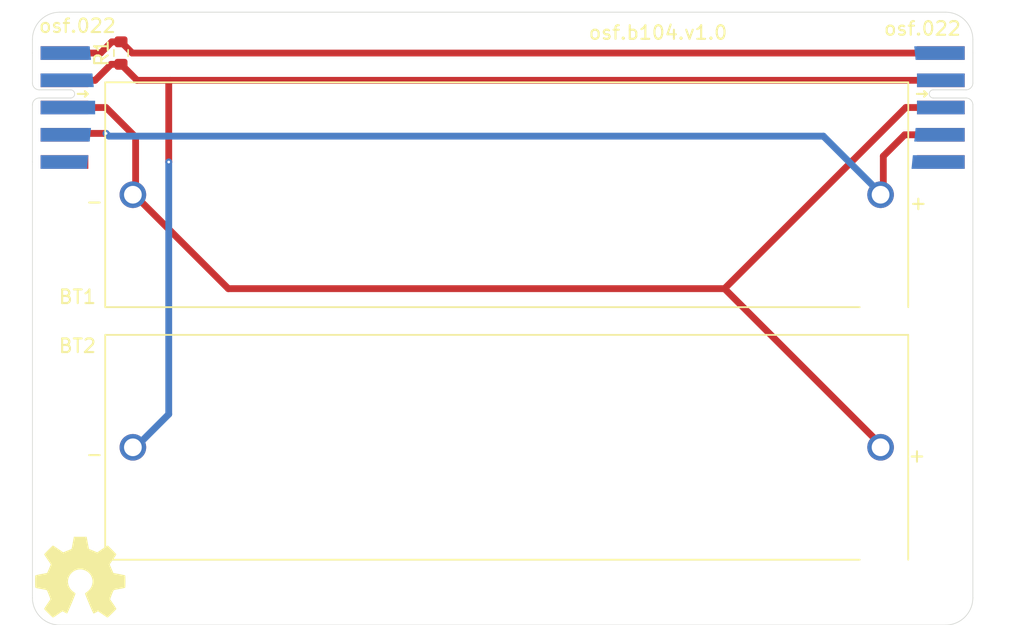
<source format=kicad_pcb>
(kicad_pcb (version 20211014) (generator pcbnew)
  (layers (0 "F.Cu" signal) (31 "B.Cu" signal) (34 "B.Paste" user) (35 "F.Paste" user) (36 "B.SilkS" user "B.Silkscreen") (37 "F.SilkS" user "F.Silkscreen") (38 "B.Mask" user) (39 "F.Mask" user) (44 "Edge.Cuts" user))
  (net 0 "")
  (net 1 "/implementation/C1+C2-")
  (net 2 "/implementation/C2+")
  (net 3 "/implementation/C1-")
  (net 4 "GND")
  (footprint "b104:BAT_BHAA-3-G" (layer "F.Cu") (at 174.8 103.4025)
    (fp_text reference "BT1" (at -31.5 7.5) (layer "F.SilkS"))
    (fp_text value "BHAA-3-G")
    (fp_text user "+" (at 30.2 0.6) (layer "F.SilkS"))
    (fp_text user "-" (at -30.25 0.5) (layer "F.SilkS"))
    (fp_line (start -29.46 8.255) (end -29.46 -8.255) (layer "F.SilkS") (width 0.127))
    (fp_line (start -29.46 -8.255) (end 29.46 -8.255) (layer "F.SilkS") (width 0.127))
    (fp_line (start 29.46 -8.255) (end 29.46 8.255) (layer "F.SilkS") (width 0.127))
    (fp_line (start 25.9 8.255) (end -29.46 8.255) (layer "F.SilkS") (width 0.127))
    (pad "" np_thru_hole circle (at -17.32 0) (size 3.18 3.18) (drill 3.18) (layers *.Cu *.Mask))
    (pad "" np_thru_hole circle (at 27.43 7.47) (size 2.36 2.36) (drill 2.36) (layers *.Cu *.Mask))
    (pad "" np_thru_hole circle (at 17.22 0) (size 3.18 3.18) (drill 3.18) (layers *.Cu *.Mask))
    (pad "+" thru_hole circle (at 27.43 0) (size 1.95 1.95) (drill 1.3) (layers *.Cu *.Mask) (net 2 "/implementation/C2+"))
    (pad "-" thru_hole circle (at -27.43 0) (size 1.95 1.95) (drill 1.3) (layers *.Cu *.Mask) (net 1 "/implementation/C1+C2-"))
  )
  (footprint "b104:BAT_BHAA-3-G" (layer "F.Cu") (at 174.8 121.95)
    (fp_text reference "BT2" (at -31.5 -7.45) (layer "F.SilkS"))
    (fp_text value "BHAA-3-G")
    (fp_text user "-" (at -30.25 0.5) (layer "F.SilkS"))
    (fp_text user "+" (at 30.1 0.6) (layer "F.SilkS"))
    (fp_line (start -29.46 -8.255) (end 29.46 -8.255) (layer "F.SilkS") (width 0.127))
    (fp_line (start 29.46 -8.255) (end 29.46 8.255) (layer "F.SilkS") (width 0.127))
    (fp_line (start -29.46 8.255) (end -29.46 -8.255) (layer "F.SilkS") (width 0.127))
    (fp_line (start 25.9 8.255) (end -29.46 8.255) (layer "F.SilkS") (width 0.127))
    (pad "" np_thru_hole circle (at 27.43 7.47) (size 2.36 2.36) (drill 2.36) (layers *.Cu *.Mask))
    (pad "" np_thru_hole circle (at 17.22 0) (size 3.18 3.18) (drill 3.18) (layers *.Cu *.Mask))
    (pad "" np_thru_hole circle (at -17.32 0) (size 3.18 3.18) (drill 3.18) (layers *.Cu *.Mask))
    (pad "+" thru_hole circle (at 27.43 0) (size 1.95 1.95) (drill 1.3) (layers *.Cu *.Mask) (net 1 "/implementation/C1+C2-"))
    (pad "-" thru_hole circle (at -27.43 0) (size 1.95 1.95) (drill 1.3) (layers *.Cu *.Mask) (net 3 "/implementation/C1-"))
  )
  (footprint "Resistor_SMD:R_0603_1608Metric" (layer "F.Cu") (at 146.5 93 90)
    (fp_text reference "R1" (at 0 -1.43 90) (layer "F.SilkS"))
    (fp_text value "0R")
    (fp_line (start -0.237258 -0.5225) (end 0.237258 -0.5225) (layer "F.SilkS") (width 0.12))
    (fp_line (start -0.237258 0.5225) (end 0.237258 0.5225) (layer "F.SilkS") (width 0.12))
    (pad "1" smd roundrect (at -0.825 0 90) (size 0.8 0.95) (layers "F.Cu" "F.Paste" "F.Mask") (net 3 "/implementation/C1-"))
    (pad "2" smd roundrect (at 0.825 0 90) (size 0.8 0.95) (layers "F.Cu" "F.Paste" "F.Mask") (net 4 "GND"))
  )
  (footprint "Symbol:OSHW-Symbol_6.7x6mm_SilkScreen" (layer "F.Cu") (at 143.5 131.5)
    (fp_text reference "LOGO1" hide)
    (fp_text value "Logo_Open_Hardware_Small" hide)
    (fp_poly (pts (xy 0.555814 -2.531069) (xy 0.639635 -2.086445) (xy 0.94892 -1.958947) (xy 1.258206 -1.831449) (xy 1.629246 -2.083754) (xy 1.733157 -2.154004) (xy 1.827087 -2.216728) (xy 1.906652 -2.269062) (xy 1.96747 -2.308143) (xy 2.005157 -2.331107) (xy 2.015421 -2.336058) (xy 2.03391 -2.323324) (xy 2.07342 -2.288118) (xy 2.129522 -2.234938) (xy 2.197787 -2.168282) (xy 2.273786 -2.092646) (xy 2.353092 -2.012528) (xy 2.431275 -1.932426) (xy 2.503907 -1.856836) (xy 2.566559 -1.790255) (xy 2.614803 -1.737182) (xy 2.64421 -1.702113) (xy 2.651241 -1.690377) (xy 2.641123 -1.66874) (xy 2.612759 -1.621338) (xy 2.569129 -1.552807) (xy 2.513218 -1.467785) (xy 2.448006 -1.370907) (xy 2.410219 -1.31565) (xy 2.341343 -1.214752) (xy 2.28014 -1.123701) (xy 2.229578 -1.04703) (xy 2.192628 -0.989272) (xy 2.172258 -0.954957) (xy 2.169197 -0.947746) (xy 2.176136 -0.927252) (xy 2.195051 -0.879487) (xy 2.223087 -0.811168) (xy 2.257391 -0.729011) (xy 2.295109 -0.63973) (xy 2.333387 -0.550042) (xy 2.36937 -0.466662) (xy 2.400206 -0.396306) (xy 2.423039 -0.34569) (xy 2.435017 -0.321529) (xy 2.435724 -0.320578) (xy 2.454531 -0.315964) (xy 2.504618 -0.305672) (xy 2.580793 -0.290713) (xy 2.677865 -0.272099) (xy 2.790643 -0.250841) (xy 2.856442 -0.238582) (xy 2.97695 -0.215638) (xy 3.085797 -0.193805) (xy 3.177476 -0.174278) (xy 3.246481 -0.158252) (xy 3.287304 -0.146921) (xy 3.295511 -0.143326) (xy 3.303548 -0.118994) (xy 3.310033 -0.064041) (xy 3.31497 0.015108) (xy 3.318364 0.112026) (xy 3.320218 0.220287) (xy 3.320538 0.333465) (xy 3.319327 0.445135) (xy 3.31659 0.548868) (xy 3.312331 0.638241) (xy 3.306555 0.706826) (xy 3.299267 0.748197) (xy 3.294895 0.75681) (xy 3.268764 0.767133) (xy 3.213393 0.781892) (xy 3.136107 0.799352) (xy 3.04423 0.81778) (xy 3.012158 0.823741) (xy 2.857524 0.852066) (xy 2.735375 0.874876) (xy 2.641673 0.89308) (xy 2.572384 0.907583) (xy 2.523471 0.919292) (xy 2.490897 0.929115) (xy 2.470628 0.937956) (xy 2.458626 0.946724) (xy 2.456947 0.948457) (xy 2.440184 0.976371) (xy 2.414614 1.030695) (xy 2.382788 1.104777) (xy 2.34726 1.191965) (xy 2.310583 1.285608) (xy 2.275311 1.379052) (xy 2.243996 1.465647) (xy 2.219193 1.53874) (xy 2.203454 1.591678) (xy 2.199332 1.617811) (xy 2.199676 1.618726) (xy 2.213641 1.640086) (xy 2.245322 1.687084) (xy 2.291391 1.754827) (xy 2.348518 1.838423) (xy 2.413373 1.932982) (xy 2.431843 1.959854) (xy 2.497699 2.057275) (xy 2.55565 2.146163) (xy 2.602538 2.221412) (xy 2.635207 2.27792) (xy 2.6505 2.310581) (xy 2.651241 2.314593) (xy 2.638392 2.335684) (xy 2.602888 2.377464) (xy 2.549293 2.435445) (xy 2.482171 2.505135) (xy 2.406087 2.582045) (xy 2.325604 2.661683) (xy 2.245287 2.739561) (xy 2.169699 2.811186) (xy 2.103405 2.87207) (xy 2.050969 2.917721) (xy 2.016955 2.94365) (xy 2.007545 2.947883) (xy 1.985643 2.937912) (xy 1.9408 2.91102) (xy 1.880321 2.871736) (xy 1.833789 2.840117) (xy 1.749475 2.782098) (xy 1.649626 2.713784) (xy 1.549473 2.645579) (xy 1.495627 2.609075) (xy 1.313371 2.4858) (xy 1.160381 2.56852) (xy 1.090682 2.604759) (xy 1.031414 2.632926) (xy 0.991311 2.648991) (xy 0.981103 2.651226) (xy 0.968829 2.634722) (xy 0.944613 2.588082) (xy 0.910263 2.515609) (xy 0.867588 2.421606) (xy 0.818394 2.310374) (xy 0.76449 2.186215) (xy 0.707684 2.053432) (xy 0.649782 1.916327) (xy 0.592593 1.779202) (xy 0.537924 1.646358) (xy 0.487584 1.522098) (xy 0.44338 1.410725) (xy 0.407119 1.316539) (xy 0.380609 1.243844) (xy 0.365658 1.196941) (xy 0.363254 1.180833) (xy 0.382311 1.160286) (xy 0.424036 1.126933) (xy 0.479706 1.087702) (xy 0.484378 1.084599) (xy 0.628264 0.969423) (xy 0.744283 0.835053) (xy 0.83143 0.685784) (xy 0.888699 0.525913) (xy 0.915086 0.359737) (xy 0.909585 0.191552) (xy 0.87119 0.025655) (xy 0.798895 -0.133658) (xy 0.777626 -0.168513) (xy 0.666996 -0.309263) (xy 0.536302 -0.422286) (xy 0.390064 -0.506997) (xy 0.232808 -0.562806) (xy 0.069057 -0.589126) (xy -0.096667 -0.58537) (xy -0.259838 -0.55095) (xy -0.415935 -0.485277) (xy -0.560433 -0.387765) (xy -0.605131 -0.348187) (xy -0.718888 -0.224297) (xy -0.801782 -0.093876) (xy -0.858644 0.052315) (xy -0.890313 0.197088) (xy -0.898131 0.35986) (xy -0.872062 0.52344) (xy -0.814755 0.682298) (xy -0.728856 0.830906) (xy -0.617014 0.963735) (xy -0.481877 1.075256) (xy -0.464117 1.087011) (xy -0.40785 1.125508) (xy -0.365077 1.158863) (xy -0.344628 1.18016) (xy -0.344331 1.180833) (xy -0.348721 1.203871) (xy -0.366124 1.256157) (xy -0.394732 1.33339) (xy -0.432735 1.431268) (xy -0.478326 1.545491) (xy -0.529697 1.671758) (xy -0.585038 1.805767) (xy -0.642542 1.943218) (xy -0.700399 2.079808) (xy -0.756802 2.211237) (xy -0.809942 2.333205) (xy -0.85801 2.441409) (xy -0.899199 2.531549) (xy -0.931699 2.599323) (xy -0.953703 2.64043) (xy -0.962564 2.651226) (xy -0.98964 2.642819) (xy -1.040303 2.620272) (xy -1.105817 2.587613) (xy -1.141841 2.56852) (xy -1.294832 2.4858) (xy -1.477088 2.609075) (xy -1.570125 2.672228) (xy -1.671985 2.741727) (xy -1.767438 2.807165) (xy -1.81525 2.840117) (xy -1.882495 2.885273) (xy -1.939436 2.921057) (xy -1.978646 2.942938) (xy -1.991381 2.947563) (xy -2.009917 2.935085) (xy -2.050941 2.900252) (xy -2.110475 2.846678) (xy -2.184542 2.777983) (xy -2.269165 2.697781) (xy -2.322685 2.646286) (xy -2.416319 2.554286) (xy -2.497241 2.471999) (xy -2.562177 2.402945) (xy -2.607858 2.350644) (xy -2.631011 2.318616) (xy -2.633232 2.312116) (xy -2.622924 2.287394) (xy -2.594439 2.237405) (xy -2.550937 2.167212) (xy -2.495577 2.081875) (xy -2.43152 1.986456) (xy -2.413303 1.959854) (xy -2.346927 1.863167) (xy -2.287378 1.776117) (xy -2.237984 1.703595) (xy -2.202075 1.650493) (xy -2.182981 1.621703) (xy -2.181136 1.618726) (xy -2.183895 1.595782) (xy -2.198538 1.545336) (xy -2.222513 1.474041) (xy -2.253266 1.388547) (xy -2.288244 1.295507) (xy -2.324893 1.201574) (xy -2.360661 1.113399) (xy -2.392994 1.037634) (xy -2.419338 0.980931) (xy -2.437142 0.949943) (xy -2.438407 0.948457) (xy -2.449294 0.939601) (xy -2.467682 0.930843) (xy -2.497606 0.921277) (xy -2.543103 0.909996) (xy -2.608209 0.896093) (xy -2.696961 0.878663) (xy -2.813393 0.856798) (xy -2.961542 0.829591) (xy -2.993618 0.823741) (xy -3.088686 0.805374) (xy -3.171565 0.787405) (xy -3.23493 0.771569) (xy -3.271458 0.7596) (xy -3.276356 0.75681) (xy -3.284427 0.732072) (xy -3.290987 0.67679) (xy -3.296033 0.597389) (xy -3.299559 0.500296) (xy -3.301561 0.391938) (xy -3.302036 0.27874) (xy -3.300977 0.167128) (xy -3.298382 0.063529) (xy -3.294246 -0.025632) (xy -3.288563 -0.093928) (xy -3.281331 -0.134934) (xy -3.276971 -0.143326) (xy -3.252698 -0.151792) (xy -3.197426 -0.165565) (xy -3.116662 -0.18345) (xy -3.015912 -0.204252) (xy -2.900683 -0.226777) (xy -2.837902 -0.238582) (xy -2.718787 -0.260849) (xy -2.612565 -0.281021) (xy -2.524427 -0.298085) (xy -2.459566 -0.311031) (xy -2.423174 -0.318845) (xy -2.417184 -0.320578) (xy -2.407061 -0.34011) (xy -2.385662 -0.387157) (xy -2.355839 -0.454997) (xy -2.320445 -0.536909) (xy -2.282332 -0.626172) (xy -2.244353 -0.716065) (xy -2.20936 -0.799865) (xy -2.180206 -0.870853) (xy -2.159743 -0.922306) (xy -2.150823 -0.947503) (xy -2.150657 -0.948604) (xy -2.160769 -0.968481) (xy -2.189117 -1.014223) (xy -2.232723 -1.081283) (xy -2.288606 -1.165116) (xy -2.353787 -1.261174) (xy -2.391679 -1.31635) (xy -2.460725 -1.417519) (xy -2.52205 -1.50937) (xy -2.572663 -1.587256) (xy -2.609571 -1.646531) (xy -2.629782 -1.682549) (xy -2.632701 -1.690623) (xy -2.620153 -1.709416) (xy -2.585463 -1.749543) (xy -2.533063 -1.806507) (xy -2.467384 -1.875815) (xy -2.392856 -1.952969) (xy -2.313913 -2.033475) (xy -2.234983 -2.112837) (xy -2.1605 -2.18656) (xy -2.094894 -2.250148) (xy -2.042596 -2.299106) (xy -2.008039 -2.328939) (xy -1.996478 -2.336058) (xy -1.977654 -2.326047) (xy -1.932631 -2.297922) (xy -1.865787 -2.254546) (xy -1.781499 -2.198782) (xy -1.684144 -2.133494) (xy -1.610707 -2.083754) (xy -1.239667 -1.831449) (xy -0.621095 -2.086445) (xy -0.537275 -2.531069) (xy -0.453454 -2.975693) (xy 0.471994 -2.975693) (xy 0.555814 -2.531069)) (layer "F.SilkS") (width 0.01) (fill solid))
  )
  (footprint "on_edge:on_edge_2x05_device" (layer "F.Cu") (at 140 97 -90)
    (fp_text reference "J1")
    (fp_text value "022_battery_cells")
    (fp_line (start -1.2 -3.85) (end -1 -4.05) (layer "F.SilkS") (width 0.153))
    (fp_line (start -1 -4.05) (end -1 -3.323) (layer "F.SilkS") (width 0.153))
    (fp_line (start -1 -4.05) (end -0.8 -3.85) (layer "F.SilkS") (width 0.153))
    (fp_line (start -0.7 -0.5) (end -0.7 -2.8) (layer "Edge.Cuts") (width 0.05))
    (fp_line (start -1.3 -2.8) (end -1.3 -0.5) (layer "Edge.Cuts") (width 0.05))
    (fp_line (start -0.2 0) (end 4 0) (layer "Edge.Cuts") (width 0.05))
    (fp_line (start -4 0) (end -1.8 0) (layer "Edge.Cuts") (width 0.05))
    (fp_arc (start -0.2 0) (mid -0.553553 -0.146447) (end -0.7 -0.5) (layer "Edge.Cuts") (width 0.05))
    (fp_arc (start -1.3 -2.8) (mid -1 -3.1) (end -0.7 -2.8) (layer "Edge.Cuts") (width 0.05))
    (fp_arc (start -1.3 -0.5) (mid -1.446447 -0.146447) (end -1.8 0) (layer "Edge.Cuts") (width 0.05))
    (pad "1" smd rect (at -4 -2.35 90) (size 1 3.5) (layers "F.Cu" "F.Mask") (net 4 "GND"))
    (pad "2" smd rect (at -2 -2.35 270) (size 1 3.5) (layers "F.Cu" "F.Mask") (net 3 "/implementation/C1-"))
    (pad "3" smd rect (at 0 -2.35 270) (size 1 3.5) (layers "F.Cu" "F.Mask") (net 1 "/implementation/C1+C2-"))
    (pad "4" smd rect (at 2 -2.35 90) (size 1 3.5) (layers "F.Cu" "F.Mask") (net 2 "/implementation/C2+"))
    (pad "5" smd rect (at 4 -2.35 90) (size 1 3.5) (layers "F.Cu" "F.Mask"))
    (pad "6" smd custom (at -4 -2.4 270) (size 1 3.6) (layers "B.Cu" "B.Mask") (options (clearance outline) (anchor rect)) (primitives (gr_poly (pts (xy 0.5 -1.8) (xy 0.5 -1.9) (xy -0.5 -1.8)) (width 0) (fill yes))))
    (pad "7" smd custom (at -2 -2.1 270) (size 1 3) (layers "B.Cu" "B.Mask") (options (clearance outline) (anchor rect)) (primitives (gr_poly (pts (xy 0.3 -0.51) (xy 0.31 -0.62) (xy 0.33 -0.7) (xy 0.35 -0.76) (xy 0.37 -0.81) (xy 0.4 -0.86) (xy 0.44 -0.92) (xy 0.48 -0.97) (xy 0.5 -0.99) (xy 0.5 -2.4) (xy -0.5 -2.3) (xy -0.5 1.5) (xy 0.3 1.5)) (width 0) (fill yes))))
    (pad "8" smd rect (at 0 -2.6 270) (size 1 4) (layers "B.Cu" "B.Mask"))
    (pad "9" smd custom (at 2 -2.4 270) (size 1 3.6) (layers "B.Cu" "B.Mask") (options (clearance outline) (anchor rect)) (primitives (gr_poly (pts (xy -0.5 -1.8) (xy -0.5 -1.9) (xy 0.5 -1.8)) (width 0) (fill yes))))
    (pad "10" smd custom (at 4 -2.3 270) (size 1 3.4) (layers "B.Cu" "B.Mask") (options (clearance outline) (anchor rect)) (primitives (gr_poly (pts (xy -0.5 -1.7) (xy -0.5 -1.8) (xy 0.5 -1.7)) (width 0) (fill yes))))
  )
  (footprint "on_edge:on_edge_2x05_host" (layer "F.Cu") (at 209 97 -90)
    (fp_text reference "J2")
    (fp_text value "022_battery_cells")
    (fp_line (start -0.8 3.573) (end -1 3.373) (layer "F.SilkS") (width 0.153))
    (fp_line (start -1 3.373) (end -1.2 3.573) (layer "F.SilkS") (width 0.153))
    (fp_line (start -1 4.1) (end -1 3.373) (layer "F.SilkS") (width 0.153))
    (fp_line (start -0.7 2.9) (end -0.7 0.5) (layer "Edge.Cuts") (width 0.05))
    (fp_line (start -4 0) (end -1.8 0) (layer "Edge.Cuts") (width 0.05))
    (fp_line (start -1.3 0.5) (end -1.3 2.9) (layer "Edge.Cuts") (width 0.05))
    (fp_line (start -0.2 0) (end 4 0) (layer "Edge.Cuts") (width 0.05))
    (fp_arc (start -0.7 0.5) (mid -0.553553 0.146447) (end -0.2 0) (layer "Edge.Cuts") (width 0.05))
    (fp_arc (start -0.7 2.9) (mid -1 3.2) (end -1.3 2.9) (layer "Edge.Cuts") (width 0.05))
    (fp_arc (start -1.8 0) (mid -1.446447 0.146447) (end -1.3 0.5) (layer "Edge.Cuts") (width 0.05))
    (pad "1" smd rect (at -4 2.35 270) (size 1 3.5) (layers "F.Cu" "F.Mask") (net 4 "GND"))
    (pad "2" smd rect (at -2 2.35 270) (size 1 3.5) (layers "F.Cu" "F.Mask") (net 3 "/implementation/C1-"))
    (pad "3" smd rect (at 0 2.35 270) (size 1 3.5) (layers "F.Cu" "F.Mask") (net 1 "/implementation/C1+C2-"))
    (pad "4" smd rect (at 2 2.35 270) (size 1 3.5) (layers "F.Cu" "F.Mask") (net 2 "/implementation/C2+"))
    (pad "5" smd rect (at 4 2.35 270) (size 1 3.5) (layers "F.Cu" "F.Mask"))
    (pad "6" smd custom (at -4 2.4 90) (size 1 3.6) (layers "B.Cu" "B.Mask") (options (clearance outline) (anchor rect)) (primitives (gr_poly (pts (xy 0.5 -1.8) (xy -0.5 -1.8) (xy 0.5 -1.9)) (width 0) (fill yes))))
    (pad "7" smd rect (at -2 2.35 90) (size 1 3.5) (layers "B.Cu" "B.Mask"))
    (pad "8" smd rect (at 0 2.35 90) (size 1 3.5) (layers "B.Cu" "B.Mask"))
    (pad "9" smd custom (at 2 2.4 90) (size 1 3.6) (layers "B.Cu" "B.Mask") (options (clearance outline) (anchor rect)) (primitives (gr_poly (pts (xy 0.5 -1.8) (xy -0.5 -1.8) (xy -0.5 -1.9)) (width 0) (fill yes))))
    (pad "10" smd custom (at 4 2.5 90) (size 1 3.8) (layers "B.Cu" "B.Mask") (options (clearance outline) (anchor rect)) (primitives (gr_poly (pts (xy 0.5 -1.9) (xy -0.5 -1.9) (xy -0.5 -2)) (width 0) (fill yes))))
  )
  (gr_line (start 142 90) (end 207 90) (layer "Edge.Cuts") (width 0.05))
  (gr_arc (start 209 133) (mid 208.414214 134.414214) (end 207 135) (layer "Edge.Cuts") (width 0.05))
  (gr_line (start 207 135) (end 142 135) (layer "Edge.Cuts") (width 0.05))
  (gr_line (start 209 92) (end 209 93) (layer "Edge.Cuts") (width 0.05))
  (gr_arc (start 207 90) (mid 208.414214 90.585786) (end 209 92) (layer "Edge.Cuts") (width 0.05))
  (gr_arc (start 142 135) (mid 140.585786 134.414214) (end 140 133) (layer "Edge.Cuts") (width 0.05))
  (gr_line (start 209 133) (end 209 101) (layer "Edge.Cuts") (width 0.05))
  (gr_line (start 140 133) (end 140 101) (layer "Edge.Cuts") (width 0.05))
  (gr_arc (start 140 92) (mid 140.585786 90.585786) (end 142 90) (layer "Edge.Cuts") (width 0.05))
  (gr_line (start 140 93) (end 140 92) (layer "Edge.Cuts") (width 0.05))
  (gr_text "osf.022" (at 205.3 91.2) (layer "F.SilkS") (effects (font (size 1 1))))
  (gr_text "osf.b104.v1.0" (at 185.9 91.5) (layer "F.SilkS") (effects (font (size 1 1))))
  (gr_text "osf.022" (at 143.3 91) (layer "F.SilkS") (effects (font (size 1 1))))
  (segment (start 147.57 99.17) (end 147.57 103.5) (width 0.5) (layer "F.Cu") (net 1))
  (segment (start 190.78 110.3) (end 202.43 121.95) (width 0.5) (layer "F.Cu") (net 1))
  (segment (start 206.65 97) (end 204.08 97) (width 0.5) (layer "F.Cu") (net 1))
  (segment (start 145.4 97) (end 147.57 99.17) (width 0.5) (layer "F.Cu") (net 1))
  (segment (start 204.08 97) (end 190.78 110.3) (width 0.5) (layer "F.Cu") (net 1))
  (segment (start 154.37 110.3) (end 190.78 110.3) (width 0.5) (layer "F.Cu") (net 1))
  (segment (start 142.35 97) (end 145.4 97) (width 0.5) (layer "F.Cu") (net 1))
  (segment (start 147.57 103.5) (end 154.37 110.3) (width 0.5) (layer "F.Cu") (net 1))
  (segment (start 142.45 98.9) (end 142.35 99) (width 0.5) (layer "F.Cu") (net 2))
  (segment (start 145.4 98.9) (end 142.45 98.9) (width 0.5) (layer "F.Cu") (net 2))
  (segment (start 204 99) (end 202.43 100.57) (width 0.5) (layer "F.Cu") (net 2))
  (segment (start 206.65 99) (end 204 99) (width 0.5) (layer "F.Cu") (net 2))
  (segment (start 202.43 100.57) (end 202.43 103.5) (width 0.5) (layer "F.Cu") (net 2))
  (via (at 145.4 98.9) (size 0.5) (drill 0.2) (layers "F.Cu" "B.Cu") (net 2))
  (segment (start 198.03 99.1) (end 149.9 99.1) (width 0.5) (layer "B.Cu") (net 2))
  (segment (start 145.6 99.1) (end 145.4 98.9) (width 0.5) (layer "B.Cu") (net 2))
  (segment (start 202.43 103.5) (end 198.03 99.1) (width 0.5) (layer "B.Cu") (net 2))
  (segment (start 149.9 99.1) (end 145.6 99.1) (width 0.5) (layer "B.Cu") (net 2))
  (segment (start 206.65 95) (end 150.1 95) (width 0.5) (layer "F.Cu") (net 3))
  (segment (start 144.6 95) (end 145.775 93.825) (width 0.5) (layer "F.Cu") (net 3))
  (segment (start 147.675 95) (end 146.5 93.825) (width 0.5) (layer "F.Cu") (net 3))
  (segment (start 142.35 95) (end 144.6 95) (width 0.5) (layer "F.Cu") (net 3))
  (segment (start 150 95.1) (end 150.1 95) (width 0.5) (layer "F.Cu") (net 3))
  (segment (start 145.775 93.825) (end 146.5 93.825) (width 0.5) (layer "F.Cu") (net 3))
  (segment (start 150.1 95) (end 147.675 95) (width 0.5) (layer "F.Cu") (net 3))
  (segment (start 150 101) (end 150 95.1) (width 0.5) (layer "F.Cu") (net 3))
  (via (at 150 101) (size 0.5) (drill 0.2) (layers "F.Cu" "B.Cu") (net 3))
  (segment (start 150 119.52) (end 150 101) (width 0.5) (layer "B.Cu") (net 3))
  (segment (start 147.57 121.95) (end 150 119.52) (width 0.5) (layer "B.Cu") (net 3))
  (segment (start 145.825 92.175) (end 146.5 92.175) (width 0.5) (layer "F.Cu") (net 4))
  (segment (start 147.325 93) (end 146.5 92.175) (width 0.5) (layer "F.Cu") (net 4))
  (segment (start 145 93) (end 145.825 92.175) (width 0.5) (layer "F.Cu") (net 4))
  (segment (start 142.35 93) (end 145 93) (width 0.5) (layer "F.Cu") (net 4))
  (segment (start 206.65 93) (end 147.325 93) (width 0.5) (layer "F.Cu") (net 4))
)
</source>
